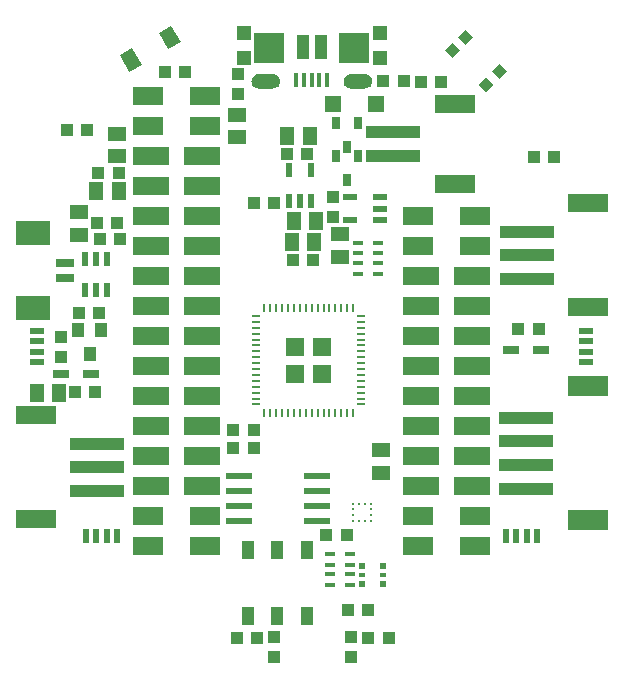
<source format=gbr>
G04 EAGLE Gerber RS-274X export*
G75*
%MOMM*%
%FSLAX34Y34*%
%LPD*%
%INSolderpaste Top*%
%IPPOS*%
%AMOC8*
5,1,8,0,0,1.08239X$1,22.5*%
G01*
%ADD10R,1.200000X1.600000*%
%ADD11R,1.075000X1.000000*%
%ADD12R,1.000000X1.075000*%
%ADD13R,1.500000X1.240000*%
%ADD14R,1.200000X1.200000*%
%ADD15R,0.900000X0.900000*%
%ADD16R,1.000000X2.000000*%
%ADD17R,2.500000X2.500000*%
%ADD18R,0.300000X1.250000*%
%ADD19R,1.200000X0.550000*%
%ADD20R,4.600000X1.000000*%
%ADD21R,3.400000X1.600000*%
%ADD22R,0.550000X1.200000*%
%ADD23R,1.240000X1.500000*%
%ADD24R,1.250000X0.500000*%
%ADD25R,2.540000X1.524000*%
%ADD26R,3.048000X1.524000*%
%ADD27R,1.000000X1.200000*%
%ADD28R,1.400000X1.400000*%
%ADD29R,0.635000X1.016000*%
%ADD30R,0.900000X0.450000*%
%ADD31R,3.400000X1.700000*%
%ADD32R,1.350000X0.800000*%
%ADD33R,1.600000X0.800000*%
%ADD34R,3.000000X2.100000*%
%ADD35R,2.200000X0.600000*%
%ADD36R,0.700000X0.220000*%
%ADD37R,0.220000X0.700000*%
%ADD38R,1.524000X1.524000*%
%ADD39R,0.500000X0.500000*%
%ADD40R,0.500000X0.400000*%
%ADD41R,1.000000X1.500000*%
%ADD42R,0.250000X0.275000*%
%ADD43R,0.275000X0.250000*%
%ADD44R,0.500000X1.250000*%

G36*
X-33485Y238869D02*
X-33485Y238869D01*
X-33465Y238867D01*
X-32339Y238928D01*
X-32292Y238940D01*
X-32216Y238947D01*
X-31123Y239228D01*
X-31079Y239248D01*
X-31006Y239270D01*
X-29989Y239758D01*
X-29950Y239787D01*
X-29883Y239823D01*
X-28980Y240500D01*
X-28947Y240535D01*
X-28889Y240584D01*
X-28136Y241424D01*
X-28110Y241465D01*
X-28062Y241525D01*
X-27488Y242496D01*
X-27471Y242541D01*
X-27435Y242608D01*
X-27061Y243673D01*
X-27053Y243720D01*
X-27031Y243794D01*
X-26872Y244910D01*
X-26873Y244938D01*
X-26872Y245090D01*
X-27031Y246207D01*
X-27046Y246252D01*
X-27061Y246327D01*
X-27435Y247392D01*
X-27459Y247434D01*
X-27488Y247504D01*
X-28062Y248475D01*
X-28094Y248512D01*
X-28136Y248576D01*
X-28889Y249416D01*
X-28927Y249446D01*
X-28980Y249500D01*
X-29883Y250177D01*
X-29926Y250199D01*
X-29989Y250242D01*
X-31006Y250730D01*
X-31053Y250743D01*
X-31123Y250772D01*
X-32216Y251053D01*
X-32264Y251056D01*
X-32339Y251072D01*
X-33465Y251133D01*
X-33481Y251131D01*
X-33500Y251134D01*
X-44500Y251134D01*
X-44515Y251132D01*
X-44535Y251133D01*
X-45661Y251072D01*
X-45708Y251061D01*
X-45784Y251053D01*
X-46877Y250772D01*
X-46921Y250752D01*
X-46994Y250730D01*
X-48011Y250242D01*
X-48050Y250214D01*
X-48117Y250177D01*
X-49020Y249500D01*
X-49053Y249465D01*
X-49111Y249416D01*
X-49864Y248576D01*
X-49890Y248535D01*
X-49938Y248475D01*
X-50512Y247504D01*
X-50529Y247459D01*
X-50565Y247392D01*
X-50939Y246327D01*
X-50947Y246280D01*
X-50969Y246207D01*
X-51128Y245090D01*
X-51128Y245089D01*
X-51127Y244902D01*
X-50927Y243628D01*
X-50910Y243581D01*
X-50889Y243492D01*
X-50411Y242295D01*
X-50384Y242252D01*
X-50344Y242170D01*
X-49612Y241109D01*
X-49576Y241073D01*
X-49518Y241002D01*
X-48568Y240131D01*
X-48526Y240104D01*
X-48453Y240047D01*
X-47333Y239410D01*
X-47286Y239393D01*
X-47203Y239354D01*
X-45969Y238981D01*
X-45919Y238976D01*
X-45829Y238956D01*
X-44544Y238867D01*
X-44524Y238869D01*
X-44500Y238866D01*
X-33500Y238866D01*
X-33485Y238869D01*
G37*
G36*
X44515Y238869D02*
X44515Y238869D01*
X44535Y238867D01*
X45661Y238928D01*
X45708Y238940D01*
X45784Y238947D01*
X46877Y239228D01*
X46921Y239248D01*
X46994Y239270D01*
X48011Y239758D01*
X48050Y239787D01*
X48117Y239823D01*
X49020Y240500D01*
X49053Y240535D01*
X49111Y240584D01*
X49864Y241424D01*
X49890Y241465D01*
X49938Y241525D01*
X50512Y242496D01*
X50529Y242541D01*
X50565Y242608D01*
X50939Y243673D01*
X50947Y243720D01*
X50969Y243794D01*
X51128Y244910D01*
X51127Y244938D01*
X51128Y245090D01*
X50969Y246207D01*
X50954Y246252D01*
X50939Y246327D01*
X50565Y247392D01*
X50541Y247434D01*
X50512Y247504D01*
X49938Y248475D01*
X49906Y248512D01*
X49864Y248576D01*
X49111Y249416D01*
X49074Y249446D01*
X49020Y249500D01*
X48117Y250177D01*
X48074Y250199D01*
X48011Y250242D01*
X46994Y250730D01*
X46947Y250743D01*
X46877Y250772D01*
X45784Y251053D01*
X45736Y251056D01*
X45661Y251072D01*
X44535Y251133D01*
X44519Y251131D01*
X44500Y251134D01*
X33500Y251134D01*
X33485Y251132D01*
X33465Y251133D01*
X32339Y251072D01*
X32292Y251061D01*
X32216Y251053D01*
X31123Y250772D01*
X31079Y250752D01*
X31006Y250730D01*
X29989Y250242D01*
X29950Y250214D01*
X29883Y250177D01*
X28980Y249500D01*
X28947Y249465D01*
X28889Y249416D01*
X28136Y248576D01*
X28110Y248535D01*
X28062Y248475D01*
X27488Y247504D01*
X27471Y247459D01*
X27435Y247392D01*
X27061Y246327D01*
X27053Y246280D01*
X27031Y246207D01*
X26872Y245090D01*
X26872Y245089D01*
X26873Y244902D01*
X27073Y243628D01*
X27090Y243581D01*
X27111Y243492D01*
X27589Y242295D01*
X27616Y242252D01*
X27656Y242170D01*
X28388Y241109D01*
X28424Y241073D01*
X28482Y241002D01*
X29432Y240131D01*
X29474Y240104D01*
X29547Y240047D01*
X30667Y239410D01*
X30714Y239393D01*
X30797Y239354D01*
X32031Y238981D01*
X32081Y238976D01*
X32171Y238956D01*
X33456Y238867D01*
X33476Y238869D01*
X33500Y238866D01*
X44500Y238866D01*
X44515Y238869D01*
G37*
D10*
G36*
X-143990Y259064D02*
X-154382Y253064D01*
X-162382Y266920D01*
X-151990Y272920D01*
X-143990Y259064D01*
G37*
G36*
X-111081Y278064D02*
X-121473Y272064D01*
X-129473Y285920D01*
X-119081Y291920D01*
X-111081Y278064D01*
G37*
D11*
X-207255Y203835D03*
X-190255Y203835D03*
D12*
X17950Y129805D03*
X17950Y146805D03*
D13*
X23645Y115580D03*
X23645Y96580D03*
D14*
X57385Y285675D03*
X57385Y264675D03*
D11*
X77715Y245110D03*
X60715Y245110D03*
D15*
G36*
X118912Y277457D02*
X125275Y271094D01*
X118912Y264731D01*
X112549Y271094D01*
X118912Y277457D01*
G37*
G36*
X130226Y288771D02*
X136589Y282408D01*
X130226Y276045D01*
X123863Y282408D01*
X130226Y288771D01*
G37*
G36*
X159218Y259779D02*
X165581Y253416D01*
X159218Y247053D01*
X152855Y253416D01*
X159218Y259779D01*
G37*
G36*
X147904Y248465D02*
X154267Y242102D01*
X147904Y235739D01*
X141541Y242102D01*
X147904Y248465D01*
G37*
D16*
X7500Y274000D03*
X-7500Y274000D03*
D17*
X36000Y273000D03*
X-36000Y273000D03*
D18*
X13000Y246250D03*
X6500Y246250D03*
X0Y246250D03*
X-6500Y246250D03*
X-13000Y246250D03*
D19*
X58086Y127660D03*
X58086Y137160D03*
X58086Y146660D03*
X32084Y146660D03*
X32084Y127660D03*
D20*
X69045Y201770D03*
X69045Y181770D03*
D21*
X121045Y225770D03*
X121045Y157770D03*
D22*
X-19660Y143844D03*
X-10160Y143844D03*
X-660Y143844D03*
X-660Y169846D03*
X-19660Y169846D03*
D14*
X-57785Y265090D03*
X-57785Y286090D03*
D12*
X-62865Y251070D03*
X-62865Y234070D03*
D23*
X3785Y127000D03*
X-15215Y127000D03*
D11*
X-21200Y183515D03*
X-4200Y183515D03*
D13*
X-63500Y216510D03*
X-63500Y197510D03*
D24*
X232530Y33320D03*
X232530Y24820D03*
X232530Y15820D03*
X232530Y7320D03*
D25*
X-90170Y232410D03*
X-138430Y232410D03*
X-90170Y207010D03*
X-138430Y207010D03*
D26*
X-135890Y181610D03*
X-92710Y181610D03*
X-135890Y156210D03*
X-92710Y156210D03*
X-135890Y130810D03*
X-92710Y130810D03*
X-135890Y105410D03*
X-92710Y105410D03*
X-135890Y80010D03*
X-92710Y80010D03*
X-135890Y54610D03*
X-92710Y54610D03*
X-135890Y29210D03*
X-92710Y29210D03*
X-135890Y3810D03*
X-92710Y3810D03*
X-135890Y-21590D03*
X-92710Y-21590D03*
X-135890Y-46990D03*
X-92710Y-46990D03*
X-135890Y-72390D03*
X-92710Y-72390D03*
X-135890Y-97790D03*
X-92710Y-97790D03*
D25*
X-138430Y-123190D03*
X-90170Y-123190D03*
X-138430Y-148590D03*
X-90170Y-148590D03*
X138430Y130810D03*
X90170Y130810D03*
X138430Y105410D03*
X90170Y105410D03*
D26*
X92710Y80010D03*
X135890Y80010D03*
X92710Y54610D03*
X135890Y54610D03*
X92710Y29210D03*
X135890Y29210D03*
X92710Y3810D03*
X135890Y3810D03*
X92710Y-21590D03*
X135890Y-21590D03*
X92710Y-46990D03*
X135890Y-46990D03*
X92710Y-72390D03*
X135890Y-72390D03*
X92710Y-97790D03*
X135890Y-97790D03*
D25*
X90170Y-123190D03*
X138430Y-123190D03*
X90170Y-148590D03*
X138430Y-148590D03*
D23*
X-214020Y-19050D03*
X-233020Y-19050D03*
D27*
X-188087Y14257D03*
X-197587Y34257D03*
X-178587Y34257D03*
D20*
X181915Y117790D03*
X181915Y97790D03*
D21*
X233915Y141790D03*
X233915Y53790D03*
D20*
X181915Y77790D03*
X-181915Y-101915D03*
X-181915Y-81915D03*
D21*
X-233915Y-125915D03*
X-233915Y-37915D03*
D20*
X-181915Y-61915D03*
D13*
X-196850Y114960D03*
X-196850Y133960D03*
D23*
X-1930Y198755D03*
X-20930Y198755D03*
D28*
X17695Y226060D03*
X54695Y226060D03*
D29*
X29845Y161450D03*
X20345Y181450D03*
X39345Y181450D03*
D30*
X39125Y82250D03*
X56125Y82250D03*
X39125Y91250D03*
X39125Y99250D03*
X39125Y108250D03*
X56125Y108250D03*
X56125Y91250D03*
X56125Y99250D03*
D20*
X181440Y-39850D03*
X181440Y-59850D03*
D31*
X233440Y-12850D03*
X233440Y-126850D03*
D20*
X181440Y-79850D03*
X181440Y-99850D03*
D29*
X29845Y189390D03*
X20345Y209390D03*
X39345Y209390D03*
D11*
X29455Y-139065D03*
X12455Y-139065D03*
X47870Y-202565D03*
X30870Y-202565D03*
X-200270Y-17780D03*
X-183270Y-17780D03*
X192015Y34925D03*
X175015Y34925D03*
D32*
X-186690Y-2540D03*
X-212090Y-2540D03*
X168275Y17780D03*
X193675Y17780D03*
D33*
X-208915Y91340D03*
X-208915Y78840D03*
D34*
X-236415Y116940D03*
X-236415Y53240D03*
D35*
X-61725Y-101600D03*
X4575Y-101600D03*
X-61725Y-88900D03*
X-61725Y-114300D03*
X-61725Y-127000D03*
X4575Y-88900D03*
X4575Y-114300D03*
X4575Y-127000D03*
D11*
X-107070Y252730D03*
X-124070Y252730D03*
X92465Y244475D03*
X109465Y244475D03*
X-49140Y142240D03*
X-32140Y142240D03*
D36*
X-47040Y46390D03*
X-47040Y41390D03*
X-47040Y36390D03*
X-47040Y31390D03*
X-47040Y26390D03*
X-47040Y21390D03*
X-47040Y16390D03*
X-47040Y11390D03*
X-47040Y6390D03*
X-47040Y1390D03*
X-47040Y-3610D03*
X-47040Y-8610D03*
X-47040Y-13610D03*
X-47040Y-18610D03*
X-47040Y-23610D03*
X-47040Y-28610D03*
D37*
X-40040Y-35610D03*
X-35040Y-35610D03*
X-30040Y-35610D03*
X-25040Y-35610D03*
X-20040Y-35610D03*
X-15040Y-35610D03*
X-10040Y-35610D03*
X-5040Y-35610D03*
X-40Y-35610D03*
X4960Y-35610D03*
X9960Y-35610D03*
X14960Y-35610D03*
X19960Y-35610D03*
X24960Y-35610D03*
X29960Y-35610D03*
X34960Y-35610D03*
D36*
X41960Y-28610D03*
X41960Y-23610D03*
X41960Y-18610D03*
X41960Y-13610D03*
X41960Y-8610D03*
X41960Y-3610D03*
X41960Y1390D03*
X41960Y6390D03*
X41960Y11390D03*
X41960Y16390D03*
X41960Y21390D03*
X41960Y26390D03*
X41960Y31390D03*
X41960Y36390D03*
X41960Y41390D03*
X41960Y46390D03*
D37*
X34960Y53390D03*
X29960Y53390D03*
X24960Y53390D03*
X19960Y53390D03*
X14960Y53390D03*
X9960Y53390D03*
X4960Y53390D03*
X-40Y53390D03*
X-5040Y53390D03*
X-10040Y53390D03*
X-15040Y53390D03*
X-20040Y53390D03*
X-25040Y53390D03*
X-30040Y53390D03*
X-35040Y53390D03*
X-40040Y53390D03*
D38*
X-13970Y20320D03*
X8890Y20320D03*
X8890Y-2540D03*
X-13970Y-2540D03*
D23*
X1880Y109220D03*
X-17120Y109220D03*
D11*
X880Y93980D03*
X-16120Y93980D03*
X205350Y180975D03*
X188350Y180975D03*
X-49285Y-50165D03*
X-66285Y-50165D03*
D13*
X58420Y-67335D03*
X58420Y-86335D03*
D12*
X-212090Y28820D03*
X-212090Y11820D03*
D11*
X-164855Y125095D03*
X-181855Y125095D03*
D22*
X-192380Y68280D03*
X-182880Y68280D03*
X-173380Y68280D03*
X-173380Y94280D03*
X-182880Y94280D03*
X-192380Y94280D03*
D11*
X-179315Y111125D03*
X-162315Y111125D03*
X-180349Y48641D03*
X-197349Y48641D03*
X-49285Y-65405D03*
X-66285Y-65405D03*
D13*
X-165100Y200635D03*
X-165100Y181635D03*
D30*
X32630Y-155275D03*
X15630Y-155275D03*
X32630Y-164275D03*
X32630Y-172275D03*
X32630Y-181275D03*
X15630Y-181275D03*
X15630Y-164275D03*
X15630Y-172275D03*
D39*
X42435Y-165220D03*
D40*
X42435Y-172720D03*
D39*
X42435Y-180220D03*
X60435Y-180220D03*
D40*
X60435Y-172720D03*
D39*
X60435Y-165220D03*
D11*
X-163585Y167640D03*
X-180585Y167640D03*
D23*
X-163601Y151892D03*
X-182601Y151892D03*
D41*
X-54210Y-151705D03*
X-29210Y-151705D03*
X-4210Y-151705D03*
X-4210Y-207705D03*
X-29210Y-207705D03*
X-54210Y-207705D03*
D42*
X50045Y-112515D03*
X45045Y-112515D03*
X40045Y-112515D03*
X35045Y-112515D03*
D43*
X35045Y-117515D03*
X35045Y-122515D03*
D42*
X35045Y-127515D03*
X40045Y-127515D03*
X45045Y-127515D03*
X50045Y-127515D03*
D43*
X50045Y-122515D03*
X50045Y-117515D03*
D11*
X-63110Y-226060D03*
X-46110Y-226060D03*
D12*
X-31750Y-242815D03*
X-31750Y-225815D03*
X33020Y-242815D03*
X33020Y-225815D03*
D11*
X65015Y-226060D03*
X48015Y-226060D03*
D44*
X190800Y-139820D03*
X182300Y-139820D03*
X173300Y-139820D03*
X164800Y-139820D03*
X-164800Y-139820D03*
X-173300Y-139820D03*
X-182300Y-139820D03*
X-190800Y-139820D03*
D24*
X-232530Y7320D03*
X-232530Y15820D03*
X-232530Y24820D03*
X-232530Y33320D03*
M02*

</source>
